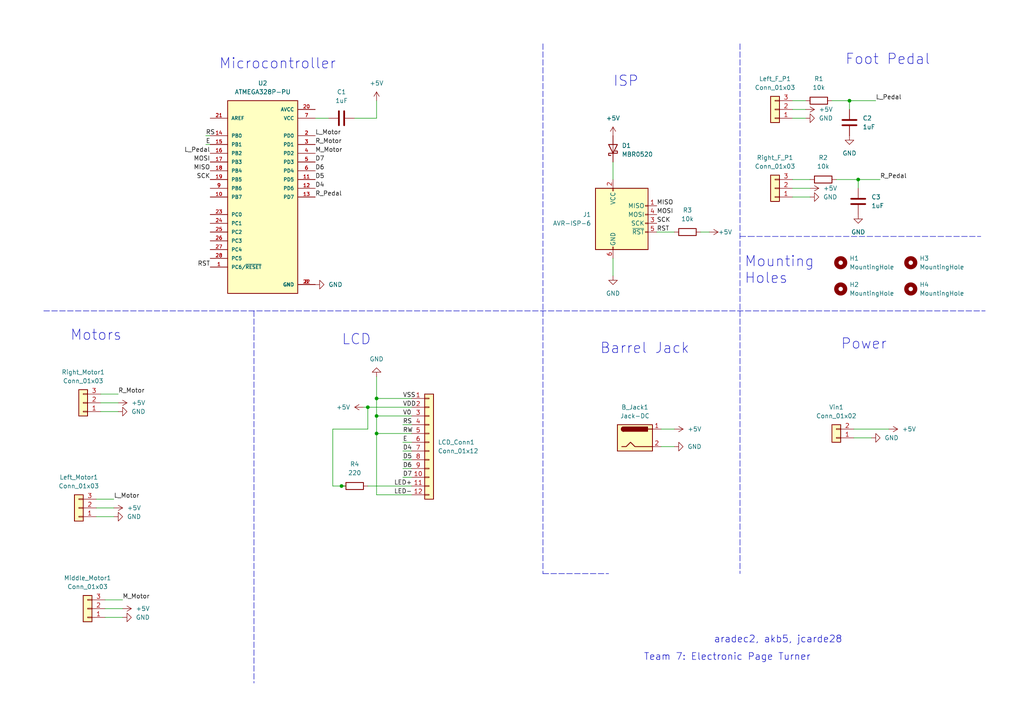
<source format=kicad_sch>
(kicad_sch (version 20211123) (generator eeschema)
  (paper "A4")
  (lib_symbols
    (symbol "ATMEGA328P-PU_1" (pin_names (offset 1.016))
      (property "Reference" "U" (at -10.1706 28.9861 0))
      (property "Value" "ATMEGA328P-PU_1" (at -10.168 -31.5207 0))
      (symbol "ATMEGA328P-PU_1_0_0"
        (rectangle (start -10.16 -27.94) (end 10.16 27.94) (stroke (width 0.254)) (fill (type background)))
        (pin bidirectional line (at -15.24 -20.32 0) (length 5.08) (name "PC6/~{RESET}") (number "1"))
        (pin bidirectional line (at -15.24 0 0) (length 5.08) (name "PB7") (number "10"))
        (pin bidirectional line (at 15.24 5.08 180) (length 5.08) (name "PD5") (number "11"))
        (pin bidirectional line (at 15.24 2.54 180) (length 5.08) (name "PD6") (number "12"))
        (pin bidirectional line (at 15.24 0 180) (length 5.08) (name "PD7") (number "13"))
        (pin bidirectional line (at -15.24 17.78 0) (length 5.08) (name "PB0") (number "14"))
        (pin bidirectional line (at -15.24 15.24 0) (length 5.08) (name "PB1") (number "15"))
        (pin bidirectional line (at -15.24 12.7 0) (length 5.08) (name "PB2") (number "16"))
        (pin bidirectional line (at -15.24 10.16 0) (length 5.08) (name "PB3") (number "17"))
        (pin bidirectional line (at -15.24 7.62 0) (length 5.08) (name "PB4") (number "18"))
        (pin bidirectional line (at -15.24 5.08 0) (length 5.08) (name "PB5") (number "19"))
        (pin bidirectional line (at 15.24 17.78 180) (length 5.08) (name "PD0") (number "2"))
        (pin power_in line (at 15.24 25.4 180) (length 5.08) (name "AVCC") (number "20"))
        (pin input line (at -15.24 22.86 0) (length 5.08) (name "AREF") (number "21"))
        (pin power_in line (at 15.24 -25.4 180) (length 5.08) (name "GND") (number "22"))
        (pin bidirectional line (at -15.24 -5.08 0) (length 5.08) (name "PC0") (number "23"))
        (pin bidirectional line (at -15.24 -7.62 0) (length 5.08) (name "PC1") (number "24"))
        (pin bidirectional line (at -15.24 -10.16 0) (length 5.08) (name "PC2") (number "25"))
        (pin bidirectional line (at -15.24 -12.7 0) (length 5.08) (name "PC3") (number "26"))
        (pin bidirectional line (at -15.24 -15.24 0) (length 5.08) (name "PC4") (number "27"))
        (pin bidirectional line (at -15.24 -17.78 0) (length 5.08) (name "PC5") (number "28"))
        (pin bidirectional line (at 15.24 15.24 180) (length 5.08) (name "PD1") (number "3"))
        (pin bidirectional line (at 15.24 12.7 180) (length 5.08) (name "PD2") (number "4"))
        (pin bidirectional line (at 15.24 10.16 180) (length 5.08) (name "PD3") (number "5"))
        (pin bidirectional line (at 15.24 7.62 180) (length 5.08) (name "PD4") (number "6"))
        (pin power_in line (at 15.24 22.86 180) (length 5.08) (name "VCC") (number "7"))
        (pin power_in line (at 15.24 -25.4 180) (length 5.08) (name "GND") (number "8"))
        (pin bidirectional line (at -15.24 2.54 0) (length 5.08) (name "PB6") (number "9"))
      )
    )
    (symbol "Connector:AVR-ISP-6" (pin_names (offset 1.016))
      (property "Reference" "J" (at -6.35 11.43 0))
      (property "Value" "AVR-ISP-6" (at 0 11.43 0))
      (symbol "AVR-ISP-6_0_1"
        (rectangle (start -2.667 -6.858) (end -2.413 -7.62))
        (rectangle (start -2.667 10.16) (end -2.413 9.398))
        (rectangle (start 7.62 -2.413) (end 6.858 -2.667))
        (rectangle (start 7.62 0.127) (end 6.858 -0.127))
        (rectangle (start 7.62 2.667) (end 6.858 2.413))
        (rectangle (start 7.62 5.207) (end 6.858 4.953))
        (rectangle (start 7.62 10.16) (end -7.62 -7.62) (stroke (width 0.254)) (fill (type background)))
      )
      (symbol "AVR-ISP-6_1_1"
        (pin passive line (at 10.16 5.08 180) (length 2.54) (name "MISO") (number "1"))
        (pin passive line (at -2.54 12.7 270) (length 2.54) (name "VCC") (number "2"))
        (pin passive line (at 10.16 0 180) (length 2.54) (name "SCK") (number "3"))
        (pin passive line (at 10.16 2.54 180) (length 2.54) (name "MOSI") (number "4"))
        (pin passive line (at 10.16 -2.54 180) (length 2.54) (name "~{RST}") (number "5"))
        (pin passive line (at -2.54 -10.16 90) (length 2.54) (name "GND") (number "6"))
      )
    )
    (symbol "Connector:Jack-DC" (pin_names (offset 1.016))
      (property "Reference" "J" (at 0 5.334 0))
      (property "Value" "Jack-DC" (at 0 -5.08 0))
      (symbol "Jack-DC_0_1"
        (rectangle (start -5.08 3.81) (end 5.08 -3.81) (stroke (width 0.254)) (fill (type background)))
        (arc (start -3.302 3.175) (mid -3.937 2.54) (end -3.302 1.905) (stroke (width 0.254)))
        (arc (start -3.302 3.175) (mid -3.937 2.54) (end -3.302 1.905) (stroke (width 0.254)) (fill (type outline)))
        (polyline (pts (xy 5.08 2.54) (xy 3.81 2.54)) (stroke (width 0.254)))
        (polyline (pts (xy -3.81 -2.54) (xy -2.54 -2.54) (xy -1.27 -1.27) (xy 0 -2.54) (xy 2.54 -2.54) (xy 5.08 -2.54)) (stroke (width 0.254)))
        (rectangle (start 3.683 3.175) (end -3.302 1.905) (stroke (width 0.254)) (fill (type outline)))
      )
      (symbol "Jack-DC_1_1"
        (pin passive line (at 7.62 2.54 180) (length 2.54) (name "~") (number "1"))
        (pin passive line (at 7.62 -2.54 180) (length 2.54) (name "~") (number "2"))
      )
    )
    (symbol "Connector_Generic:Conn_01x02" (pin_names (offset 1.016) hide)
      (property "Reference" "J" (at 0 2.54 0))
      (property "Value" "Conn_01x02" (at 0 -5.08 0))
      (symbol "Conn_01x02_1_1"
        (rectangle (start -1.27 -2.413) (end 0 -2.667) (stroke (width 0.1524)))
        (rectangle (start -1.27 0.127) (end 0 -0.127) (stroke (width 0.1524)))
        (rectangle (start -1.27 1.27) (end 1.27 -3.81) (stroke (width 0.254)) (fill (type background)))
        (pin passive line (at -5.08 0 0) (length 3.81) (name "Pin_1") (number "1"))
        (pin passive line (at -5.08 -2.54 0) (length 3.81) (name "Pin_2") (number "2"))
      )
    )
    (symbol "Connector_Generic:Conn_01x03" (pin_names (offset 1.016) hide)
      (property "Reference" "J" (at 0 5.08 0))
      (property "Value" "Conn_01x03" (at 0 -5.08 0))
      (symbol "Conn_01x03_1_1"
        (rectangle (start -1.27 -2.413) (end 0 -2.667) (stroke (width 0.1524)))
        (rectangle (start -1.27 0.127) (end 0 -0.127) (stroke (width 0.1524)))
        (rectangle (start -1.27 2.667) (end 0 2.413) (stroke (width 0.1524)))
        (rectangle (start -1.27 3.81) (end 1.27 -3.81) (stroke (width 0.254)) (fill (type background)))
        (pin passive line (at -5.08 2.54 0) (length 3.81) (name "Pin_1") (number "1"))
        (pin passive line (at -5.08 0 0) (length 3.81) (name "Pin_2") (number "2"))
        (pin passive line (at -5.08 -2.54 0) (length 3.81) (name "Pin_3") (number "3"))
      )
    )
    (symbol "Connector_Generic:Conn_01x12" (pin_names (offset 1.016) hide)
      (property "Reference" "J" (at 0 15.24 0))
      (property "Value" "Conn_01x12" (at 0 -17.78 0))
      (symbol "Conn_01x12_1_1"
        (rectangle (start -1.27 -15.113) (end 0 -15.367) (stroke (width 0.1524)))
        (rectangle (start -1.27 -12.573) (end 0 -12.827) (stroke (width 0.1524)))
        (rectangle (start -1.27 -10.033) (end 0 -10.287) (stroke (width 0.1524)))
        (rectangle (start -1.27 -7.493) (end 0 -7.747) (stroke (width 0.1524)))
        (rectangle (start -1.27 -4.953) (end 0 -5.207) (stroke (width 0.1524)))
        (rectangle (start -1.27 -2.413) (end 0 -2.667) (stroke (width 0.1524)))
        (rectangle (start -1.27 0.127) (end 0 -0.127) (stroke (width 0.1524)))
        (rectangle (start -1.27 2.667) (end 0 2.413) (stroke (width 0.1524)))
        (rectangle (start -1.27 5.207) (end 0 4.953) (stroke (width 0.1524)))
        (rectangle (start -1.27 7.747) (end 0 7.493) (stroke (width 0.1524)))
        (rectangle (start -1.27 10.287) (end 0 10.033) (stroke (width 0.1524)))
        (rectangle (start -1.27 12.827) (end 0 12.573) (stroke (width 0.1524)))
        (rectangle (start -1.27 13.97) (end 1.27 -16.51) (stroke (width 0.254)) (fill (type background)))
        (pin passive line (at -5.08 12.7 0) (length 3.81) (name "Pin_1") (number "1"))
        (pin passive line (at -5.08 -10.16 0) (length 3.81) (name "Pin_10") (number "10"))
        (pin passive line (at -5.08 -12.7 0) (length 3.81) (name "Pin_11") (number "11"))
        (pin passive line (at -5.08 -15.24 0) (length 3.81) (name "Pin_12") (number "12"))
        (pin passive line (at -5.08 10.16 0) (length 3.81) (name "Pin_2") (number "2"))
        (pin passive line (at -5.08 7.62 0) (length 3.81) (name "Pin_3") (number "3"))
        (pin passive line (at -5.08 5.08 0) (length 3.81) (name "Pin_4") (number "4"))
        (pin passive line (at -5.08 2.54 0) (length 3.81) (name "Pin_5") (number "5"))
        (pin passive line (at -5.08 0 0) (length 3.81) (name "Pin_6") (number "6"))
        (pin passive line (at -5.08 -2.54 0) (length 3.81) (name "Pin_7") (number "7"))
        (pin passive line (at -5.08 -5.08 0) (length 3.81) (name "Pin_8") (number "8"))
        (pin passive line (at -5.08 -7.62 0) (length 3.81) (name "Pin_9") (number "9"))
      )
    )
    (symbol "Device:C" (pin_numbers hide) (pin_names (offset 0.254))
      (property "Reference" "C" (at 0.635 2.54 0))
      (property "Value" "C" (at 0.635 -2.54 0))
      (symbol "C_0_1"
        (polyline (pts (xy -2.032 -0.762) (xy 2.032 -0.762)) (stroke (width 0.508)))
        (polyline (pts (xy -2.032 0.762) (xy 2.032 0.762)) (stroke (width 0.508)))
      )
      (symbol "C_1_1"
        (pin passive line (at 0 3.81 270) (length 2.794) (name "~") (number "1"))
        (pin passive line (at 0 -3.81 90) (length 2.794) (name "~") (number "2"))
      )
    )
    (symbol "Device:R" (pin_numbers hide) (pin_names (offset 0))
      (property "Reference" "R" (at 2.032 0 90))
      (property "Value" "R" (at 0 0 90))
      (symbol "R_0_1"
        (rectangle (start -1.016 -2.54) (end 1.016 2.54) (stroke (width 0.254)))
      )
      (symbol "R_1_1"
        (pin passive line (at 0 3.81 270) (length 1.27) (name "~") (number "1"))
        (pin passive line (at 0 -3.81 90) (length 1.27) (name "~") (number "2"))
      )
    )
    (symbol "Diode:MBR0520" (pin_numbers hide) (pin_names (offset 1.016) hide)
      (property "Reference" "D" (at 0 2.54 0))
      (property "Value" "MBR0520" (at 0 -2.54 0))
      (symbol "MBR0520_0_1"
        (polyline (pts (xy 1.27 0) (xy -1.27 0)))
        (polyline (pts (xy 1.27 1.27) (xy 1.27 -1.27) (xy -1.27 0) (xy 1.27 1.27)) (stroke (width 0.254)))
        (polyline (pts (xy -1.905 0.635) (xy -1.905 1.27) (xy -1.27 1.27) (xy -1.27 -1.27) (xy -0.635 -1.27) (xy -0.635 -0.635)) (stroke (width 0.254)))
      )
      (symbol "MBR0520_1_1"
        (pin passive line (at -3.81 0 0) (length 2.54) (name "K") (number "1"))
        (pin passive line (at 3.81 0 180) (length 2.54) (name "A") (number "2"))
      )
    )
    (symbol "Mechanical:MountingHole" (pin_names (offset 1.016))
      (property "Reference" "H" (at 0 5.08 0))
      (property "Value" "MountingHole" (at 0 3.175 0))
      (symbol "MountingHole_0_1"
        (circle (center 0 0) (radius 1.27) (stroke (width 1.27)))
      )
    )
    (symbol "power:+5V" (power) (pin_names (offset 0))
      (property "Value" "+5V" (at 0 3.556 0))
      (symbol "+5V_0_1"
        (polyline (pts (xy -0.762 1.27) (xy 0 2.54)))
        (polyline (pts (xy 0 0) (xy 0 2.54)))
        (polyline (pts (xy 0 2.54) (xy 0.762 1.27)))
      )
      (symbol "+5V_1_1"
        (pin power_in line (at 0 0 90) (length 0) hide (name "+5V") (number "1"))
      )
    )
    (symbol "power:GND" (power) (pin_names (offset 0))
      (property "Value" "GND" (at 0 -3.81 0))
      (symbol "GND_0_1"
        (polyline (pts (xy 0 0) (xy 0 -1.27) (xy 1.27 -1.27) (xy 0 -2.54) (xy -1.27 -1.27) (xy 0 -1.27)))
      )
      (symbol "GND_1_1"
        (pin power_in line (at 0 0 270) (length 0) hide (name "GND") (number "1"))
      )
    )
  )
  (junction (at 246.38 29.21))
  (junction (at 109.22 125.73))
  (junction (at 109.22 115.57))
  (junction (at 99.06 140.97))
  (junction (at 248.92 52.07))
  (junction (at 106.68 118.11))
  (junction (at 109.22 120.65))
  (wire (pts (xy 229.87 54.61) (xy 234.95 54.61)))
  (wire (pts (xy 246.38 29.21) (xy 246.38 31.75)))
  (wire (pts (xy 106.68 118.11) (xy 106.68 124.46)))
  (wire (pts (xy 119.38 120.65) (xy 109.22 120.65)))
  (wire (pts (xy 99.06 140.97) (xy 100.33 140.97)))
  (wire (pts (xy 96.52 140.97) (xy 99.06 140.97)))
  (wire (pts (xy 29.21 116.84) (xy 34.29 116.84)))
  (wire (pts (xy 247.65 124.46) (xy 257.81 124.46)))
  (wire (pts (xy 106.68 118.11) (xy 119.38 118.11)))
  (polyline (pts (xy 157.48 12.7) (xy 157.48 90.17)))
  (wire (pts (xy 59.69 39.37) (xy 60.96 39.37)))
  (wire (pts (xy 116.84 128.27) (xy 119.38 128.27)))
  (wire (pts (xy 109.22 115.57) (xy 109.22 120.65)))
  (wire (pts (xy 91.44 34.29) (xy 95.25 34.29)))
  (wire (pts (xy 203.2 67.31) (xy 205.74 67.31)))
  (wire (pts (xy 29.21 119.38) (xy 34.29 119.38)))
  (wire (pts (xy 229.87 34.29) (xy 233.68 34.29)))
  (polyline (pts (xy 73.66 90.17) (xy 73.66 198.12)))
  (wire (pts (xy 30.48 173.99) (xy 35.56 173.99)))
  (wire (pts (xy 116.84 135.89) (xy 119.38 135.89)))
  (wire (pts (xy 248.92 52.07) (xy 248.92 54.61)))
  (wire (pts (xy 109.22 29.21) (xy 109.22 34.29)))
  (wire (pts (xy 229.87 31.75) (xy 233.68 31.75)))
  (polyline (pts (xy 214.63 90.17) (xy 214.63 166.37)))
  (polyline (pts (xy 157.48 166.37) (xy 176.53 166.37)))
  (wire (pts (xy 229.87 52.07) (xy 234.95 52.07)))
  (wire (pts (xy 191.77 129.54) (xy 195.58 129.54)))
  (polyline (pts (xy 214.63 68.58) (xy 217.17 68.58)))
  (wire (pts (xy 30.48 176.53) (xy 35.56 176.53)))
  (wire (pts (xy 229.87 29.21) (xy 233.68 29.21)))
  (wire (pts (xy 106.68 140.97) (xy 119.38 140.97)))
  (wire (pts (xy 96.52 124.46) (xy 106.68 124.46)))
  (wire (pts (xy 177.8 74.93) (xy 177.8 80.01)))
  (wire (pts (xy 246.38 29.21) (xy 254 29.21)))
  (wire (pts (xy 109.22 109.22) (xy 109.22 115.57)))
  (wire (pts (xy 116.84 130.81) (xy 119.38 130.81)))
  (wire (pts (xy 191.77 124.46) (xy 195.58 124.46)))
  (polyline (pts (xy 12.7 90.17) (xy 285.75 90.17)))
  (polyline (pts (xy 157.48 90.17) (xy 157.48 166.37)))
  (wire (pts (xy 29.21 114.3) (xy 34.29 114.3)))
  (wire (pts (xy 109.22 143.51) (xy 119.38 143.51)))
  (wire (pts (xy 116.84 138.43) (xy 119.38 138.43)))
  (wire (pts (xy 190.5 67.31) (xy 195.58 67.31)))
  (wire (pts (xy 248.92 52.07) (xy 255.27 52.07)))
  (wire (pts (xy 102.87 34.29) (xy 109.22 34.29)))
  (polyline (pts (xy 217.17 68.58) (xy 284.48 68.58)))
  (wire (pts (xy 96.52 140.97) (xy 96.52 124.46)))
  (wire (pts (xy 116.84 123.19) (xy 119.38 123.19)))
  (wire (pts (xy 119.38 115.57) (xy 109.22 115.57)))
  (polyline (pts (xy 214.63 12.7) (xy 214.63 90.17)))
  (wire (pts (xy 59.69 41.91) (xy 60.96 41.91)))
  (wire (pts (xy 229.87 57.15) (xy 234.95 57.15)))
  (wire (pts (xy 241.3 29.21) (xy 246.38 29.21)))
  (wire (pts (xy 242.57 52.07) (xy 248.92 52.07)))
  (wire (pts (xy 30.48 179.07) (xy 35.56 179.07)))
  (wire (pts (xy 105.41 118.11) (xy 106.68 118.11)))
  (wire (pts (xy 116.84 133.35) (xy 119.38 133.35)))
  (wire (pts (xy 109.22 125.73) (xy 109.22 143.51)))
  (wire (pts (xy 109.22 120.65) (xy 109.22 125.73)))
  (wire (pts (xy 177.8 46.99) (xy 177.8 52.07)))
  (wire (pts (xy 27.94 149.86) (xy 33.02 149.86)))
  (wire (pts (xy 27.94 147.32) (xy 33.02 147.32)))
  (wire (pts (xy 247.65 127) (xy 252.73 127)))
  (wire (pts (xy 27.94 144.78) (xy 33.02 144.78)))
  (wire (pts (xy 119.38 125.73) (xy 109.22 125.73)))
  (text "ISP" (at 177.8 25.4 0) (effects (font (size 3 3)) (justify left bottom)))
  (text "Team 7: Electronic Page Turner" (at 186.69 191.77 0) (effects (font (size 2 2)) (justify left bottom)))
  (text "Mounting \nHoles" (at 215.9 82.55 0) (effects (font (size 3 3)) (justify left bottom)))
  (text "Microcontroller" (at 63.5 20.32 0) (effects (font (size 3 3)) (justify left bottom)))
  (text "aradec2, akb5, jcarde28" (at 207.01 186.69 0) (effects (font (size 2 2)) (justify left bottom)))
  (text "Power" (at 243.84 101.6 0) (effects (font (size 3 3)) (justify left bottom)))
  (text "Foot Pedal" (at 245.11 19.05 0) (effects (font (size 3 3)) (justify left bottom)))
  (text "LCD" (at 99.06 100.33 0) (effects (font (size 3 3)) (justify left bottom)))
  (text "Motors" (at 20.32 99.06 0) (effects (font (size 3 3)) (justify left bottom)))
  (text "Barrel Jack \n" (at 173.99 102.87 0) (effects (font (size 3 3)) (justify left bottom)))
  (label "E" (at 116.84 128.27 0))
  (label "LED-" (at 114.3 143.51 0))
  (label "D7" (at 91.44 46.99 0))
  (label "RST" (at 60.96 77.47 180))
  (label "R_Motor" (at 91.44 41.91 0))
  (label "R_Motor" (at 34.29 114.3 0))
  (label "D4" (at 91.44 54.61 0))
  (label "D6" (at 116.84 135.89 0))
  (label "D5" (at 116.84 133.35 0))
  (label "D7" (at 116.84 138.43 0))
  (label "M_Motor" (at 91.44 44.45 0))
  (label "D5" (at 91.44 52.07 0))
  (label "LED+" (at 114.3 140.97 0))
  (label "D6" (at 91.44 49.53 0))
  (label "L_Pedal" (at 254 29.21 0))
  (label "L_Motor" (at 91.44 39.37 0))
  (label "VSS" (at 116.84 115.57 0))
  (label "RST" (at 190.5 67.31 0))
  (label "MOSI" (at 190.5 62.23 0))
  (label "R_Pedal" (at 91.44 57.15 0))
  (label "M_Motor" (at 35.56 173.99 0))
  (label "SCK" (at 190.5 64.77 0))
  (label "RS" (at 59.69 39.37 0))
  (label "L_Motor" (at 33.02 144.78 0))
  (label "MOSI" (at 60.96 46.99 180))
  (label "SCK" (at 60.96 52.07 180))
  (label "E" (at 59.69 41.91 0))
  (label "L_Pedal" (at 60.96 44.45 180))
  (label "RS" (at 116.84 123.19 0))
  (label "V0" (at 116.84 120.65 0))
  (label "MISO" (at 60.96 49.53 180))
  (label "RW" (at 116.84 125.73 0))
  (label "MISO" (at 190.5 59.69 0))
  (label "VDD" (at 116.84 118.11 0))
  (label "R_Pedal" (at 255.27 52.07 0))
  (label "D4" (at 116.84 130.81 0))
  (symbol (lib_id "power:GND") (at 246.38 39.37 0) (unit 1)
    (property "Reference" "#PWR0120" (effects hide))
    (property "Value" "GND" (at 246.38 44.45 0))
  )
  (symbol (lib_id "power:GND") (at 35.56 179.07 90) (unit 1)
    (property "Reference" "#PWR0107" (effects hide))
    (property "Value" "GND" (at 39.37 179.0699 90) (effects (justify right)))
  )
  (symbol (lib_id "Connector_Generic:Conn_01x03") (at 24.13 116.84 180) (unit 1)
    (property "Reference" "Right_Motor1" (at 24.13 107.95 0))
    (property "Value" "Conn_01x03" (at 24.13 110.49 0))
    (property "Footprint" "Connector_Molex:Molex_KK-254_AE-6410-03A_1x03_P2.54mm_Vertical" (effects hide))
  )
  (symbol (lib_id "Device:R") (at 238.76 52.07 90) (unit 1)
    (property "Reference" "R2" (at 238.76 45.72 90))
    (property "Value" "10k" (at 238.76 48.26 90))
    (property "Footprint" "Resistor_SMD:R_0805_2012Metric_Pad1.20x1.40mm_HandSolder" (effects hide))
  )
  (symbol (lib_id "Connector_Generic:Conn_01x03") (at 224.79 54.61 180) (unit 1)
    (property "Reference" "Right_F_P1" (at 224.79 45.72 0))
    (property "Value" "Conn_01x03" (at 224.79 48.26 0))
    (property "Footprint" "Connector_Molex:Molex_KK-254_AE-6410-03A_1x03_P2.54mm_Vertical" (effects hide))
  )
  (symbol (lib_id "power:+5V") (at 257.81 124.46 270) (unit 1)
    (property "Reference" "#PWR0110" (effects hide))
    (property "Value" "+5V" (at 261.62 124.4599 90) (effects (justify left)))
  )
  (symbol (lib_id "power:+5V") (at 195.58 124.46 270) (unit 1)
    (property "Reference" "#PWR0113" (effects hide))
    (property "Value" "+5V" (at 199.39 124.4599 90) (effects (justify left)))
  )
  (symbol (lib_id "Diode:MBR0520") (at 177.8 43.18 90) (unit 1)
    (property "Reference" "D1" (at 180.34 42.2274 90) (effects (justify right)))
    (property "Value" "MBR0520" (at 180.34 44.7674 90) (effects (justify right)))
    (property "Footprint" "Diode_SMD:D_SOD-123" (effects hide))
    (property "Datasheet" "http://www.mccsemi.com/up_pdf/MBR0520~MBR0580(SOD123).pdf" (effects hide))
  )
  (symbol (lib_id "power:+5V") (at 233.68 31.75 270) (unit 1)
    (property "Reference" "#PWR0121" (effects hide))
    (property "Value" "+5V" (at 237.49 31.7499 90) (effects (justify left)))
  )
  (symbol (lib_id "Mechanical:MountingHole") (at 243.84 83.82 0) (unit 1)
    (property "Reference" "H2" (at 246.38 82.5499 0) (effects (justify left)))
    (property "Value" "MountingHole" (at 246.38 85.0899 0) (effects (justify left)))
    (property "Footprint" "MountingHole:MountingHole_3.2mm_M3" (effects hide))
  )
  (symbol (lib_id "Connector_Generic:Conn_01x03") (at 224.79 31.75 180) (unit 1)
    (property "Reference" "Left_F_P1" (at 224.79 22.86 0))
    (property "Value" "Conn_01x03" (at 224.79 25.4 0))
    (property "Footprint" "Connector_Molex:Molex_KK-254_AE-6410-03A_1x03_P2.54mm_Vertical" (effects hide))
  )
  (symbol (lib_id "power:GND") (at 34.29 119.38 90) (unit 1)
    (property "Reference" "#PWR0101" (effects hide))
    (property "Value" "GND" (at 38.1 119.3799 90) (effects (justify right)))
  )
  (symbol (lib_id "Device:C") (at 99.06 34.29 90) (unit 1)
    (property "Reference" "C1" (at 99.06 26.67 90))
    (property "Value" "1uF" (at 99.06 29.21 90))
    (property "Footprint" "Capacitor_SMD:C_0805_2012Metric_Pad1.18x1.45mm_HandSolder" (effects hide))
  )
  (symbol (lib_id "Device:R") (at 102.87 140.97 90) (unit 1)
    (property "Reference" "R4" (at 102.87 134.62 90))
    (property "Value" "220" (at 102.87 137.16 90))
    (property "Footprint" "Resistor_SMD:R_0805_2012Metric_Pad1.20x1.40mm_HandSolder" (effects hide))
  )
  (symbol (lib_id "power:GND") (at 233.68 34.29 90) (unit 1)
    (property "Reference" "#PWR0119" (effects hide))
    (property "Value" "GND" (at 237.49 34.2899 90) (effects (justify right)))
  )
  (symbol (lib_name "ATMEGA328P-PU_1") (lib_id "ATMEGA328P-PU:ATMEGA328P-PU") (at 76.2 57.15 0) (unit 1)
    (property "Reference" "U2" (at 76.2 24.13 0))
    (property "Value" "ATMEGA328P-PU" (at 76.2 26.67 0))
    (property "Footprint" "ATMEGA328P-PU:DIP794W46P254L2967H457Q28B" (effects hide))
    (property "MANUFACTURER" "Atmel" (effects hide))
  )
  (symbol (lib_id "Connector_Generic:Conn_01x03") (at 22.86 147.32 180) (unit 1)
    (property "Reference" "Left_Motor1" (at 22.86 138.43 0))
    (property "Value" "Conn_01x03" (at 22.86 140.97 0))
    (property "Footprint" "Connector_Molex:Molex_KK-254_AE-6410-03A_1x03_P2.54mm_Vertical" (effects hide))
  )
  (symbol (lib_id "power:+5V") (at 34.29 116.84 270) (unit 1)
    (property "Reference" "#PWR0102" (effects hide))
    (property "Value" "+5V" (at 38.1 116.8399 90) (effects (justify left)))
  )
  (symbol (lib_id "power:GND") (at 91.44 82.55 90) (unit 1)
    (property "Reference" "#PWR0105" (effects hide))
    (property "Value" "GND" (at 95.25 82.5499 90) (effects (justify right)))
  )
  (symbol (lib_id "power:+5V") (at 33.02 147.32 270) (unit 1)
    (property "Reference" "#PWR0103" (effects hide))
    (property "Value" "+5V" (at 36.83 147.3199 90) (effects (justify left)))
  )
  (symbol (lib_id "Connector_Generic:Conn_01x02") (at 242.57 127 180) (unit 1)
    (property "Reference" "Vin1" (at 242.57 118.11 0))
    (property "Value" "Conn_01x02" (at 242.57 120.65 0))
    (property "Footprint" "Connector_Molex:Molex_KK-254_AE-6410-02A_1x02_P2.54mm_Vertical" (effects hide))
  )
  (symbol (lib_id "power:GND") (at 177.8 80.01 0) (unit 1)
    (property "Reference" "#PWR0122" (effects hide))
    (property "Value" "GND" (at 177.8 85.09 0))
  )
  (symbol (lib_id "Connector:AVR-ISP-6") (at 180.34 64.77 0) (unit 1)
    (property "Reference" "J1" (at 171.45 62.2299 0) (effects (justify right)))
    (property "Value" "AVR-ISP-6" (at 171.45 64.7699 0) (effects (justify right)))
    (property "Footprint" "Connector_IDC:IDC-Header_2x03_P2.54mm_Vertical" (effects hide))
    (property "Datasheet" " ~" (effects hide))
  )
  (symbol (lib_id "power:+5V") (at 109.22 29.21 0) (unit 1)
    (property "Reference" "#PWR0108" (effects hide))
    (property "Value" "+5V" (at 109.22 24.13 0))
  )
  (symbol (lib_id "Mechanical:MountingHole") (at 243.84 76.2 0) (unit 1)
    (property "Reference" "H1" (at 246.38 74.9299 0) (effects (justify left)))
    (property "Value" "MountingHole" (at 246.38 77.4699 0) (effects (justify left)))
    (property "Footprint" "MountingHole:MountingHole_3.2mm_M3" (effects hide))
  )
  (symbol (lib_id "power:GND") (at 33.02 149.86 90) (unit 1)
    (property "Reference" "#PWR0104" (effects hide))
    (property "Value" "GND" (at 36.83 149.8599 90) (effects (justify right)))
  )
  (symbol (lib_id "power:+5V") (at 177.8 39.37 0) (unit 1)
    (property "Reference" "#PWR0117" (effects hide))
    (property "Value" "+5V" (at 177.8 34.29 0))
  )
  (symbol (lib_id "Device:R") (at 237.49 29.21 90) (unit 1)
    (property "Reference" "R1" (at 237.49 22.86 90))
    (property "Value" "10k" (at 237.49 25.4 90))
    (property "Footprint" "Resistor_SMD:R_0805_2012Metric_Pad1.20x1.40mm_HandSolder" (effects hide))
  )
  (symbol (lib_id "power:GND") (at 234.95 57.15 90) (unit 1)
    (property "Reference" "#PWR0115" (effects hide))
    (property "Value" "GND" (at 238.76 57.1499 90) (effects (justify right)))
  )
  (symbol (lib_id "power:GND") (at 195.58 129.54 90) (unit 1)
    (property "Reference" "#PWR0114" (effects hide))
    (property "Value" "GND" (at 199.39 129.5399 90) (effects (justify right)))
  )
  (symbol (lib_id "power:GND") (at 248.92 62.23 0) (unit 1)
    (property "Reference" "#PWR0112" (effects hide))
    (property "Value" "GND" (at 248.92 67.31 0))
  )
  (symbol (lib_id "power:+5V") (at 35.56 176.53 270) (unit 1)
    (property "Reference" "#PWR0106" (effects hide))
    (property "Value" "+5V" (at 39.37 176.5299 90) (effects (justify left)))
  )
  (symbol (lib_id "Connector_Generic:Conn_01x03") (at 25.4 176.53 180) (unit 1)
    (property "Reference" "Middle_Motor1" (at 25.4 167.64 0))
    (property "Value" "Conn_01x03" (at 25.4 170.18 0))
    (property "Footprint" "Connector_Molex:Molex_KK-254_AE-6410-03A_1x03_P2.54mm_Vertical" (effects hide))
  )
  (symbol (lib_id "power:GND") (at 252.73 127 90) (unit 1)
    (property "Reference" "#PWR0111" (effects hide))
    (property "Value" "GND" (at 256.54 126.9999 90) (effects (justify right)))
  )
  (symbol (lib_id "Device:C") (at 246.38 35.56 0) (unit 1)
    (property "Reference" "C2" (at 250.19 34.2899 0) (effects (justify left)))
    (property "Value" "1uF" (at 250.19 36.8299 0) (effects (justify left)))
    (property "Footprint" "Capacitor_SMD:C_0805_2012Metric_Pad1.18x1.45mm_HandSolder" (effects hide))
  )
  (symbol (lib_id "Mechanical:MountingHole") (at 264.16 83.82 0) (unit 1)
    (property "Reference" "H4" (at 266.7 82.5499 0) (effects (justify left)))
    (property "Value" "MountingHole" (at 266.7 85.0899 0) (effects (justify left)))
    (property "Footprint" "MountingHole:MountingHole_3.2mm_M3" (effects hide))
  )
  (symbol (lib_id "Connector_Generic:Conn_01x12") (at 124.46 128.27 0) (unit 1)
    (property "Reference" "LCD_Conn1" (at 127 128.2699 0) (effects (justify left)))
    (property "Value" "Conn_01x12" (at 127 130.8099 0) (effects (justify left)))
    (property "Footprint" "Connector_Molex:Molex_KK-254_AE-6410-12A_1x12_P2.54mm_Vertical" (effects hide))
  )
  (symbol (lib_id "Mechanical:MountingHole") (at 264.16 76.2 0) (unit 1)
    (property "Reference" "H3" (at 266.7 74.9299 0) (effects (justify left)))
    (property "Value" "MountingHole" (at 266.7 77.4699 0) (effects (justify left)))
    (property "Footprint" "MountingHole:MountingHole_3.2mm_M3" (effects hide))
  )
  (symbol (lib_id "Device:R") (at 199.39 67.31 90) (unit 1)
    (property "Reference" "R3" (at 199.39 60.96 90))
    (property "Value" "10k" (at 199.39 63.5 90))
    (property "Footprint" "Resistor_SMD:R_0805_2012Metric_Pad1.20x1.40mm_HandSolder" (effects hide))
  )
  (symbol (lib_id "Device:C") (at 248.92 58.42 0) (unit 1)
    (property "Reference" "C3" (at 252.73 57.1499 0) (effects (justify left)))
    (property "Value" "1uF" (at 252.73 59.6899 0) (effects (justify left)))
    (property "Footprint" "Capacitor_SMD:C_0805_2012Metric_Pad1.18x1.45mm_HandSolder" (effects hide))
  )
  (symbol (lib_id "power:GND") (at 109.22 109.22 180) (unit 1)
    (property "Reference" "#PWR0109" (effects hide))
    (property "Value" "GND" (at 109.22 104.14 0))
  )
  (symbol (lib_id "power:+5V") (at 105.41 118.11 90) (unit 1)
    (property "Reference" "#PWR0123" (effects hide))
    (property "Value" "+5V" (at 101.6 118.1099 90) (effects (justify left)))
  )
  (symbol (lib_id "power:+5V") (at 205.74 67.31 270) (unit 1)
    (property "Reference" "#PWR0118" (effects hide))
    (property "Value" "+5V" (at 208.28 67.31 90) (effects (justify left)))
  )
  (symbol (lib_id "Connector:Jack-DC") (at 184.15 127 0) (unit 1)
    (property "Reference" "B_Jack1" (at 184.15 118.11 0))
    (property "Value" "Jack-DC" (at 184.15 120.65 0))
    (property "Footprint" "Connector_BarrelJack:BarrelJack_Horizontal" (effects hide))
  )
  (symbol (lib_id "power:+5V") (at 234.95 54.61 270) (unit 1)
    (property "Reference" "#PWR0116" (effects hide))
    (property "Value" "+5V" (at 238.76 54.6099 90) (effects (justify left)))
  )
)
</source>
